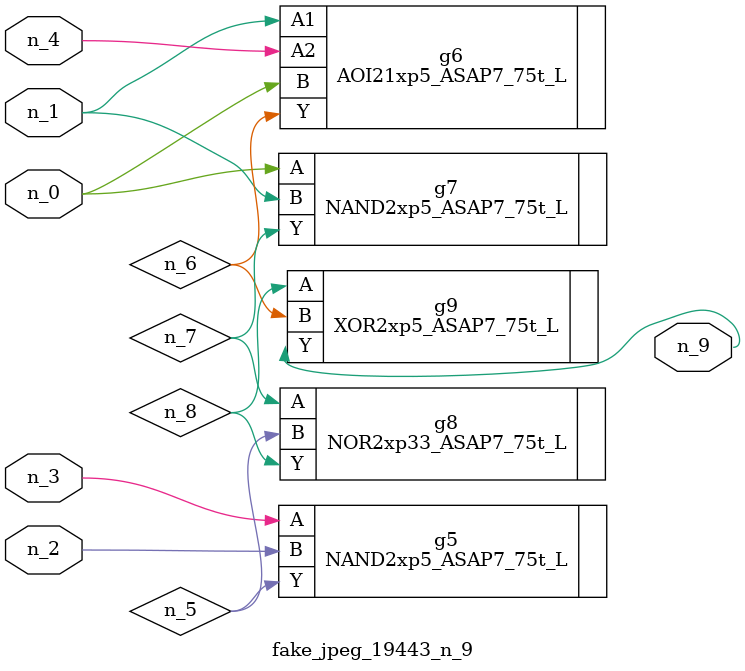
<source format=v>
module fake_jpeg_19443_n_9 (n_3, n_2, n_1, n_0, n_4, n_9);

input n_3;
input n_2;
input n_1;
input n_0;
input n_4;

output n_9;

wire n_8;
wire n_6;
wire n_5;
wire n_7;

NAND2xp5_ASAP7_75t_L g5 ( 
.A(n_3),
.B(n_2),
.Y(n_5)
);

AOI21xp5_ASAP7_75t_L g6 ( 
.A1(n_1),
.A2(n_4),
.B(n_0),
.Y(n_6)
);

NAND2xp5_ASAP7_75t_L g7 ( 
.A(n_0),
.B(n_1),
.Y(n_7)
);

NOR2xp33_ASAP7_75t_L g8 ( 
.A(n_7),
.B(n_5),
.Y(n_8)
);

XOR2xp5_ASAP7_75t_L g9 ( 
.A(n_8),
.B(n_6),
.Y(n_9)
);


endmodule
</source>
